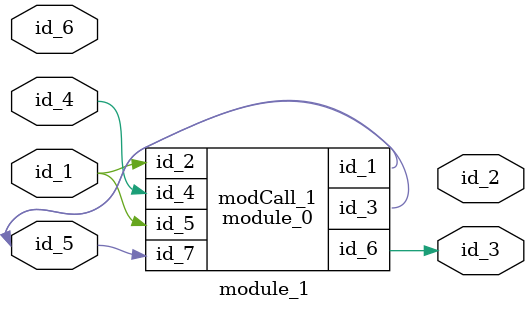
<source format=v>
module module_0 (
    id_1,
    id_2,
    id_3,
    id_4,
    id_5,
    id_6,
    id_7
);
  input wire id_7;
  output wire id_6;
  input wire id_5;
  input wire id_4;
  inout wire id_3;
  input wire id_2;
  inout wire id_1;
  wire id_8;
endmodule
module module_1 (
    id_1,
    id_2,
    id_3,
    id_4,
    id_5,
    id_6
);
  input wire id_6;
  inout wire id_5;
  input wire id_4;
  output wire id_3;
  output wire id_2;
  input wire id_1;
  module_0 modCall_1 (
      id_5,
      id_1,
      id_5,
      id_4,
      id_1,
      id_3,
      id_5
  );
endmodule

</source>
